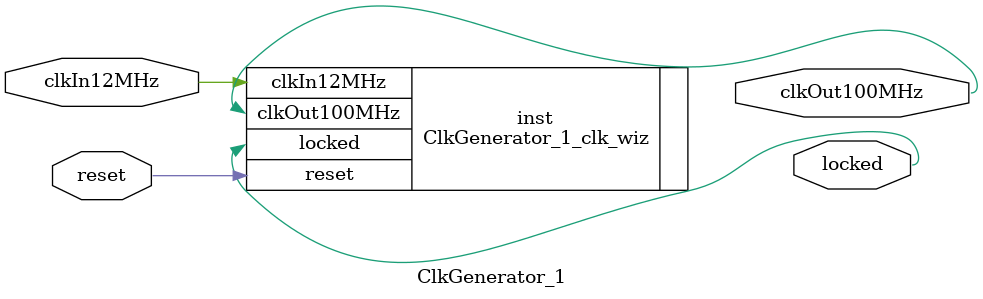
<source format=v>


`timescale 1ps/1ps

(* CORE_GENERATION_INFO = "ClkGenerator_1,clk_wiz_v5_3_3_0,{component_name=ClkGenerator_1,use_phase_alignment=true,use_min_o_jitter=false,use_max_i_jitter=false,use_dyn_phase_shift=false,use_inclk_switchover=false,use_dyn_reconfig=false,enable_axi=0,feedback_source=FDBK_AUTO,PRIMITIVE=MMCM,num_out_clk=1,clkin1_period=83.332999999999998,clkin2_period=10.0,use_power_down=false,use_reset=true,use_locked=true,use_inclk_stopped=false,feedback_type=SINGLE,CLOCK_MGR_TYPE=NA,manual_override=false}" *)

module ClkGenerator_1 
 (
  // Clock out ports
  output        clkOut100MHz,
  // Status and control signals
  input         reset,
  output        locked,
 // Clock in ports
  input         clkIn12MHz
 );

  ClkGenerator_1_clk_wiz inst
  (
  // Clock out ports  
  .clkOut100MHz(clkOut100MHz),
  // Status and control signals               
  .reset(reset), 
  .locked(locked),
 // Clock in ports
  .clkIn12MHz(clkIn12MHz)
  );

endmodule

</source>
